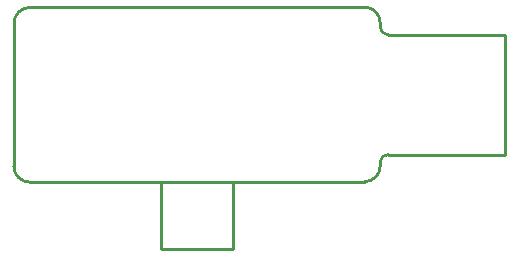
<source format=gko>
G04 Layer: BoardOutlineLayer*
G04 EasyEDA v6.5.1, 2022-03-25 19:20:23*
G04 2013efc8e0304d3594b03259707e7b04,2a3559ba94084103b258dd4c46581d95,10*
G04 Gerber Generator version 0.2*
G04 Scale: 100 percent, Rotated: No, Reflected: No *
G04 Dimensions in inches *
G04 leading zeros omitted , absolute positions ,3 integer and 6 decimal *
%FSLAX36Y36*%
%MOIN*%

%ADD10C,0.0100*%
%ADD11C,0.0098*%
D10*
X-1584818Y-291338D02*
G01*
X-466000Y-291338D01*
D11*
X-1146396Y-445467D02*
G01*
X-1146396Y-515967D01*
X-905298Y-515967D01*
X-905298Y-446665D01*
D10*
X-905298Y-293355D02*
G01*
X-905298Y-446656D01*
X-1146396Y-292205D02*
G01*
X-1146396Y-445506D01*
X0Y200050D02*
G01*
X-390000Y200000D01*
X0Y-199866D02*
G01*
X-390000Y-200000D01*
X-415000Y225333D02*
G01*
X-415000Y240133D01*
X-415000Y-224966D02*
G01*
X-414799Y-238865D01*
X-1635000Y240133D02*
G01*
X-1635673Y-240537D01*
X-466181Y291340D02*
G01*
X-1583999Y291340D01*
X0Y200050D02*
G01*
X0Y-199866D01*
G75*
G01*
X-390000Y-200000D02*
G03*
X-415000Y-225000I0J-25000D01*
G75*
G01*
X-415036Y225291D02*
G03*
X-390036Y200291I25000J0D01*
G75*
G01*
X-390000Y-199966D02*
G03*
X-415000Y-224966I0J-25000D01*
G75*
G01*
X-415000Y225334D02*
G03*
X-390000Y200334I25000J0D01*
G75*
G01*
X-415000Y240134D02*
G03*
X-466181Y291315I-51181J0D01*
G75*
G01*
X-466000Y-290000D02*
G03*
X-414819Y-238819I0J51181D01*
G75*
G01*
X-1636000Y-240000D02*
G03*
X-1584819Y-291181I51181J0D01*
G75*
G01*
X-1584000Y290000D02*
G03*
X-1635181Y238819I0J-51181D01*

%LPD*%
M02*

</source>
